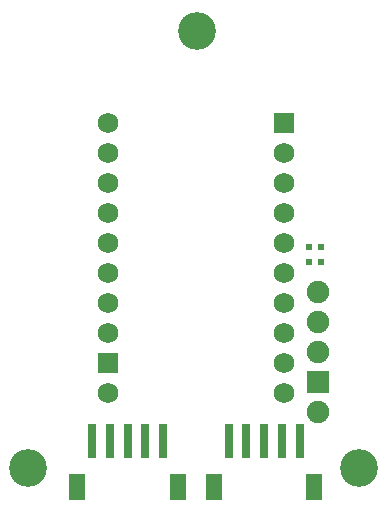
<source format=gts>
G04*
G04 #@! TF.GenerationSoftware,Altium Limited,Altium Designer,21.6.4 (81)*
G04*
G04 Layer_Color=8388736*
%FSLAX44Y44*%
%MOMM*%
G71*
G04*
G04 #@! TF.SameCoordinates,DF212875-D8BF-4E07-B13E-23ADC2DC1FEB*
G04*
G04*
G04 #@! TF.FilePolarity,Negative*
G04*
G01*
G75*
%ADD15R,0.5000X0.6000*%
%ADD16R,1.3970X2.2098*%
%ADD17R,0.7112X2.9972*%
%ADD18C,1.7272*%
%ADD19R,1.7272X1.7272*%
%ADD20C,1.9032*%
%ADD21R,1.9032X1.9032*%
%ADD22C,3.2032*%
D15*
X907890Y1337310D02*
D03*
X897890D02*
D03*
X897970Y1324610D02*
D03*
X907970D02*
D03*
D16*
X817290Y1134460D02*
D03*
X902290D02*
D03*
X786720D02*
D03*
X701720D02*
D03*
D17*
X829790Y1173480D02*
D03*
X844790D02*
D03*
X859790D02*
D03*
X874790D02*
D03*
X889790D02*
D03*
X774220D02*
D03*
X759220D02*
D03*
X744220D02*
D03*
X729220D02*
D03*
X714220D02*
D03*
D18*
X727800Y1214120D02*
D03*
Y1264920D02*
D03*
Y1290320D02*
D03*
Y1315720D02*
D03*
X876300Y1417320D02*
D03*
Y1391920D02*
D03*
Y1366520D02*
D03*
Y1341120D02*
D03*
Y1315720D02*
D03*
Y1290320D02*
D03*
Y1264920D02*
D03*
Y1239520D02*
D03*
Y1214120D02*
D03*
X727800Y1442720D02*
D03*
Y1417320D02*
D03*
Y1391920D02*
D03*
Y1366520D02*
D03*
Y1341120D02*
D03*
D19*
Y1239520D02*
D03*
X876300Y1442720D02*
D03*
D20*
X905510Y1299210D02*
D03*
Y1273810D02*
D03*
Y1248410D02*
D03*
Y1197610D02*
D03*
D21*
Y1223010D02*
D03*
D22*
X940000Y1150000D02*
D03*
X802640Y1520190D02*
D03*
X660000Y1150000D02*
D03*
M02*

</source>
